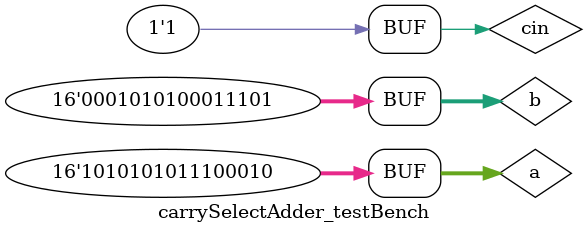
<source format=v>
module carrySelectAdder_testBench;
reg [15:0] a;
reg [15:0] b;
reg cin;
wire [15:0] sum;
wire [2:0] inc;
wire carry;


carrySelectAdder sl (sum[15:0],carry,a[15:0],b[15:0],cin,inc[2:0]);

initial 
begin
$display("Cin         A                   B                 Sum          Final Carry     Inner Carries");
$monitor("%b \t %b \t %b \t %b \t       %b     \t      %b \t %b \t %b",cin,a,b,sum,carry,inc[2],inc[1],inc[0]);

cin=1'b0;
a = 16'b1001010110010101;
b = 16'b1001010111110101;
#10
cin=1'b1;
a = 16'b1111010110010101;
b = 16'b1000001011010101;
#10
cin=1'b0;
a = 16'b1010100001100010;
b = 16'b0011111111111111;
#10
cin=1'b0;
a = 16'b1111000000111111;
b = 16'b1111111111000000;
#10
cin=1'b1;
a = 16'b1010101011100010;
b = 16'b0001010100011101;

end
endmodule

</source>
